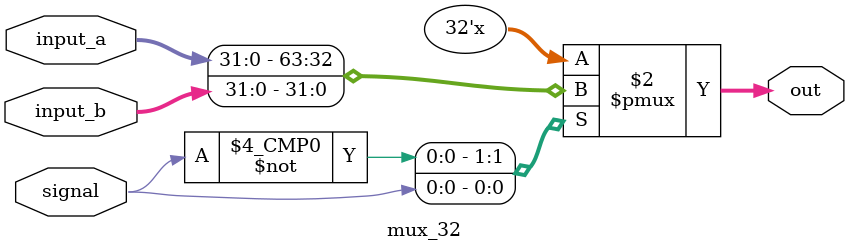
<source format=v>

module mux_32(input_a, input_b, signal, out);

input [31:0] input_a, input_b; 
input signal;
output reg [31:0] out;

always@(signal)
	case(signal)
	
	1'b0:
	out <= input_a;

	1'b1:
	out <= input_b;
	
	endcase


endmodule 
</source>
